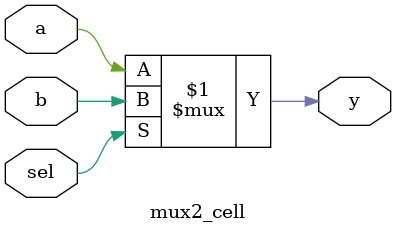
<source format=sv>

module buf_cell (
    input  wire a,
    output wire y
);
    assign y = a;
endmodule

module inv_cell (
    input  wire a,
    output wire y
);
    assign y = ~a;
endmodule

module and2_cell (
    input  wire a,
    input  wire b,
    output wire y
);
    assign y = a & b;
endmodule

module or2_cell (
    input  wire a,
    input  wire b,
    output wire y
);
    assign y = a | b;
endmodule

module xor2_cell (
    input  wire a,
    input  wire b,
    output wire y
);
    assign y = a ^ b;
endmodule

module mux2_cell (
    input  wire a,
    input  wire b,
    input  wire sel,
    output wire y
);
    assign y = sel ? b : a;
endmodule
</source>
